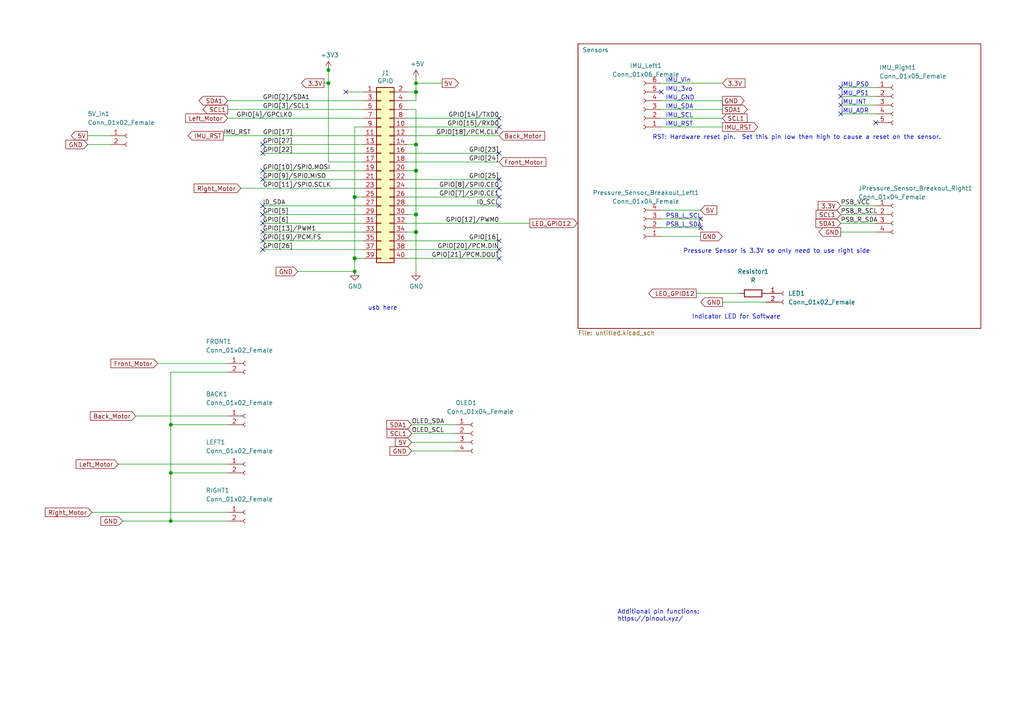
<source format=kicad_sch>
(kicad_sch (version 20250114) (generator "eeschema") (generator_version "9.0")
  (paper "A4")
  (title_block (date "15 nov 2012"))
  (lib_symbols
    (symbol "Connector:Conn_01x02_Female" (pin_names (offset 1.016) (hide yes))
      (property "Reference" "J" (at 0 2.54 0))
      (property "Value" "Conn_01x02_Female" (at 0 -5.08 0))
      (symbol "Conn_01x02_Female_1_1"
        (polyline (pts (xy -1.27 0) (xy -0.508 0)) (stroke (width 0.1524)))
        (polyline (pts (xy -1.27 -2.54) (xy -0.508 -2.54)) (stroke (width 0.1524)))
        (arc (start 0 -0.508) (mid -0.5058 0) (end 0 0.508) (stroke (width 0.1524)))
        (arc (start 0 -3.048) (mid -0.5058 -2.54) (end 0 -2.032) (stroke (width 0.1524)))
        (pin passive line (at -5.08 0 0) (length 3.81) (name "Pin_1") (number "1"))
        (pin passive line (at -5.08 -2.54 0) (length 3.81) (name "Pin_2") (number "2"))
      )
    )
    (symbol "Connector:Conn_01x04_Female" (pin_names (offset 1.016) (hide yes))
      (property "Reference" "J" (at 0 5.08 0))
      (property "Value" "Conn_01x04_Female" (at 0 -7.62 0))
      (symbol "Conn_01x04_Female_1_1"
        (polyline (pts (xy -1.27 2.54) (xy -0.508 2.54)) (stroke (width 0.1524)))
        (polyline (pts (xy -1.27 0) (xy -0.508 0)) (stroke (width 0.1524)))
        (polyline (pts (xy -1.27 -2.54) (xy -0.508 -2.54)) (stroke (width 0.1524)))
        (polyline (pts (xy -1.27 -5.08) (xy -0.508 -5.08)) (stroke (width 0.1524)))
        (arc (start 0 2.032) (mid -0.5058 2.54) (end 0 3.048) (stroke (width 0.1524)))
        (arc (start 0 -0.508) (mid -0.5058 0) (end 0 0.508) (stroke (width 0.1524)))
        (arc (start 0 -3.048) (mid -0.5058 -2.54) (end 0 -2.032) (stroke (width 0.1524)))
        (arc (start 0 -5.588) (mid -0.5058 -5.08) (end 0 -4.572) (stroke (width 0.1524)))
        (pin passive line (at -5.08 2.54 0) (length 3.81) (name "Pin_1") (number "1"))
        (pin passive line (at -5.08 0 0) (length 3.81) (name "Pin_2") (number "2"))
        (pin passive line (at -5.08 -2.54 0) (length 3.81) (name "Pin_3") (number "3"))
        (pin passive line (at -5.08 -5.08 0) (length 3.81) (name "Pin_4") (number "4"))
      )
    )
    (symbol "Connector:Conn_01x05_Socket" (pin_names (offset 1.016) (hide yes))
      (property "Reference" "J" (at 0 7.62 0))
      (property "Value" "Conn_01x05_Socket" (at 0 -7.62 0))
      (symbol "Conn_01x05_Socket_1_1"
        (polyline (pts (xy -1.27 5.08) (xy -0.508 5.08)) (stroke (width 0.1524)))
        (polyline (pts (xy -1.27 2.54) (xy -0.508 2.54)) (stroke (width 0.1524)))
        (polyline (pts (xy -1.27 0) (xy -0.508 0)) (stroke (width 0.1524)))
        (polyline (pts (xy -1.27 -2.54) (xy -0.508 -2.54)) (stroke (width 0.1524)))
        (polyline (pts (xy -1.27 -5.08) (xy -0.508 -5.08)) (stroke (width 0.1524)))
        (arc (start 0 4.572) (mid -0.5058 5.08) (end 0 5.588) (stroke (width 0.1524)))
        (arc (start 0 2.032) (mid -0.5058 2.54) (end 0 3.048) (stroke (width 0.1524)))
        (arc (start 0 -0.508) (mid -0.5058 0) (end 0 0.508) (stroke (width 0.1524)))
        (arc (start 0 -3.048) (mid -0.5058 -2.54) (end 0 -2.032) (stroke (width 0.1524)))
        (arc (start 0 -5.588) (mid -0.5058 -5.08) (end 0 -4.572) (stroke (width 0.1524)))
        (pin passive line (at -5.08 5.08 0) (length 3.81) (name "Pin_1") (number "1"))
        (pin passive line (at -5.08 2.54 0) (length 3.81) (name "Pin_2") (number "2"))
        (pin passive line (at -5.08 0 0) (length 3.81) (name "Pin_3") (number "3"))
        (pin passive line (at -5.08 -2.54 0) (length 3.81) (name "Pin_4") (number "4"))
        (pin passive line (at -5.08 -5.08 0) (length 3.81) (name "Pin_5") (number "5"))
      )
    )
    (symbol "Connector:Conn_01x06_Female" (pin_names (offset 1.016) (hide yes))
      (property "Reference" "J" (at 0 7.62 0))
      (property "Value" "Conn_01x06_Female" (at 0 -10.16 0))
      (symbol "Conn_01x06_Female_1_1"
        (polyline (pts (xy -1.27 5.08) (xy -0.508 5.08)) (stroke (width 0.1524)))
        (polyline (pts (xy -1.27 2.54) (xy -0.508 2.54)) (stroke (width 0.1524)))
        (polyline (pts (xy -1.27 0) (xy -0.508 0)) (stroke (width 0.1524)))
        (polyline (pts (xy -1.27 -2.54) (xy -0.508 -2.54)) (stroke (width 0.1524)))
        (polyline (pts (xy -1.27 -5.08) (xy -0.508 -5.08)) (stroke (width 0.1524)))
        (polyline (pts (xy -1.27 -7.62) (xy -0.508 -7.62)) (stroke (width 0.1524)))
        (arc (start 0 4.572) (mid -0.5058 5.08) (end 0 5.588) (stroke (width 0.1524)))
        (arc (start 0 2.032) (mid -0.5058 2.54) (end 0 3.048) (stroke (width 0.1524)))
        (arc (start 0 -0.508) (mid -0.5058 0) (end 0 0.508) (stroke (width 0.1524)))
        (arc (start 0 -3.048) (mid -0.5058 -2.54) (end 0 -2.032) (stroke (width 0.1524)))
        (arc (start 0 -5.588) (mid -0.5058 -5.08) (end 0 -4.572) (stroke (width 0.1524)))
        (arc (start 0 -8.128) (mid -0.5058 -7.62) (end 0 -7.112) (stroke (width 0.1524)))
        (pin passive line (at -5.08 5.08 0) (length 3.81) (name "Pin_1") (number "1"))
        (pin passive line (at -5.08 2.54 0) (length 3.81) (name "Pin_2") (number "2"))
        (pin passive line (at -5.08 0 0) (length 3.81) (name "Pin_3") (number "3"))
        (pin passive line (at -5.08 -2.54 0) (length 3.81) (name "Pin_4") (number "4"))
        (pin passive line (at -5.08 -5.08 0) (length 3.81) (name "Pin_5") (number "5"))
        (pin passive line (at -5.08 -7.62 0) (length 3.81) (name "Pin_6") (number "6"))
      )
    )
    (symbol "Connector_Generic:Conn_02x20_Odd_Even" (pin_names (offset 1.016) (hide yes))
      (property "Reference" "J" (at 1.27 25.4 0))
      (property "Value" "Conn_02x20_Odd_Even" (at 1.27 -27.94 0))
      (symbol "Conn_02x20_Odd_Even_1_1"
        (rectangle (start -1.27 24.13) (end 3.81 -26.67) (stroke (width 0.254)) (fill (type background)))
        (rectangle (start -1.27 22.987) (end 0 22.733) (stroke (width 0.1524)))
        (rectangle (start -1.27 20.447) (end 0 20.193) (stroke (width 0.1524)))
        (rectangle (start -1.27 17.907) (end 0 17.653) (stroke (width 0.1524)))
        (rectangle (start -1.27 15.367) (end 0 15.113) (stroke (width 0.1524)))
        (rectangle (start -1.27 12.827) (end 0 12.573) (stroke (width 0.1524)))
        (rectangle (start -1.27 10.287) (end 0 10.033) (stroke (width 0.1524)))
        (rectangle (start -1.27 7.747) (end 0 7.493) (stroke (width 0.1524)))
        (rectangle (start -1.27 5.207) (end 0 4.953) (stroke (width 0.1524)))
        (rectangle (start -1.27 2.667) (end 0 2.413) (stroke (width 0.1524)))
        (rectangle (start -1.27 0.127) (end 0 -0.127) (stroke (width 0.1524)))
        (rectangle (start -1.27 -2.413) (end 0 -2.667) (stroke (width 0.1524)))
        (rectangle (start -1.27 -4.953) (end 0 -5.207) (stroke (width 0.1524)))
        (rectangle (start -1.27 -7.493) (end 0 -7.747) (stroke (width 0.1524)))
        (rectangle (start -1.27 -10.033) (end 0 -10.287) (stroke (width 0.1524)))
        (rectangle (start -1.27 -12.573) (end 0 -12.827) (stroke (width 0.1524)))
        (rectangle (start -1.27 -15.113) (end 0 -15.367) (stroke (width 0.1524)))
        (rectangle (start -1.27 -17.653) (end 0 -17.907) (stroke (width 0.1524)))
        (rectangle (start -1.27 -20.193) (end 0 -20.447) (stroke (width 0.1524)))
        (rectangle (start -1.27 -22.733) (end 0 -22.987) (stroke (width 0.1524)))
        (rectangle (start -1.27 -25.273) (end 0 -25.527) (stroke (width 0.1524)))
        (rectangle (start 3.81 22.987) (end 2.54 22.733) (stroke (width 0.1524)))
        (rectangle (start 3.81 20.447) (end 2.54 20.193) (stroke (width 0.1524)))
        (rectangle (start 3.81 17.907) (end 2.54 17.653) (stroke (width 0.1524)))
        (rectangle (start 3.81 15.367) (end 2.54 15.113) (stroke (width 0.1524)))
        (rectangle (start 3.81 12.827) (end 2.54 12.573) (stroke (width 0.1524)))
        (rectangle (start 3.81 10.287) (end 2.54 10.033) (stroke (width 0.1524)))
        (rectangle (start 3.81 7.747) (end 2.54 7.493) (stroke (width 0.1524)))
        (rectangle (start 3.81 5.207) (end 2.54 4.953) (stroke (width 0.1524)))
        (rectangle (start 3.81 2.667) (end 2.54 2.413) (stroke (width 0.1524)))
        (rectangle (start 3.81 0.127) (end 2.54 -0.127) (stroke (width 0.1524)))
        (rectangle (start 3.81 -2.413) (end 2.54 -2.667) (stroke (width 0.1524)))
        (rectangle (start 3.81 -4.953) (end 2.54 -5.207) (stroke (width 0.1524)))
        (rectangle (start 3.81 -7.493) (end 2.54 -7.747) (stroke (width 0.1524)))
        (rectangle (start 3.81 -10.033) (end 2.54 -10.287) (stroke (width 0.1524)))
        (rectangle (start 3.81 -12.573) (end 2.54 -12.827) (stroke (width 0.1524)))
        (rectangle (start 3.81 -15.113) (end 2.54 -15.367) (stroke (width 0.1524)))
        (rectangle (start 3.81 -17.653) (end 2.54 -17.907) (stroke (width 0.1524)))
        (rectangle (start 3.81 -20.193) (end 2.54 -20.447) (stroke (width 0.1524)))
        (rectangle (start 3.81 -22.733) (end 2.54 -22.987) (stroke (width 0.1524)))
        (rectangle (start 3.81 -25.273) (end 2.54 -25.527) (stroke (width 0.1524)))
        (pin passive line (at -5.08 22.86 0) (length 3.81) (name "Pin_1") (number "1"))
        (pin passive line (at -5.08 20.32 0) (length 3.81) (name "Pin_3") (number "3"))
        (pin passive line (at -5.08 17.78 0) (length 3.81) (name "Pin_5") (number "5"))
        (pin passive line (at -5.08 15.24 0) (length 3.81) (name "Pin_7") (number "7"))
        (pin passive line (at -5.08 12.7 0) (length 3.81) (name "Pin_9") (number "9"))
        (pin passive line (at -5.08 10.16 0) (length 3.81) (name "Pin_11") (number "11"))
        (pin passive line (at -5.08 7.62 0) (length 3.81) (name "Pin_13") (number "13"))
        (pin passive line (at -5.08 5.08 0) (length 3.81) (name "Pin_15") (number "15"))
        (pin passive line (at -5.08 2.54 0) (length 3.81) (name "Pin_17") (number "17"))
        (pin passive line (at -5.08 0 0) (length 3.81) (name "Pin_19") (number "19"))
        (pin passive line (at -5.08 -2.54 0) (length 3.81) (name "Pin_21") (number "21"))
        (pin passive line (at -5.08 -5.08 0) (length 3.81) (name "Pin_23") (number "23"))
        (pin passive line (at -5.08 -7.62 0) (length 3.81) (name "Pin_25") (number "25"))
        (pin passive line (at -5.08 -10.16 0) (length 3.81) (name "Pin_27") (number "27"))
        (pin passive line (at -5.08 -12.7 0) (length 3.81) (name "Pin_29") (number "29"))
        (pin passive line (at -5.08 -15.24 0) (length 3.81) (name "Pin_31") (number "31"))
        (pin passive line (at -5.08 -17.78 0) (length 3.81) (name "Pin_33") (number "33"))
        (pin passive line (at -5.08 -20.32 0) (length 3.81) (name "Pin_35") (number "35"))
        (pin passive line (at -5.08 -22.86 0) (length 3.81) (name "Pin_37") (number "37"))
        (pin passive line (at -5.08 -25.4 0) (length 3.81) (name "Pin_39") (number "39"))
        (pin passive line (at 7.62 22.86 180) (length 3.81) (name "Pin_2") (number "2"))
        (pin passive line (at 7.62 20.32 180) (length 3.81) (name "Pin_4") (number "4"))
        (pin passive line (at 7.62 17.78 180) (length 3.81) (name "Pin_6") (number "6"))
        (pin passive line (at 7.62 15.24 180) (length 3.81) (name "Pin_8") (number "8"))
        (pin passive line (at 7.62 12.7 180) (length 3.81) (name "Pin_10") (number "10"))
        (pin passive line (at 7.62 10.16 180) (length 3.81) (name "Pin_12") (number "12"))
        (pin passive line (at 7.62 7.62 180) (length 3.81) (name "Pin_14") (number "14"))
        (pin passive line (at 7.62 5.08 180) (length 3.81) (name "Pin_16") (number "16"))
        (pin passive line (at 7.62 2.54 180) (length 3.81) (name "Pin_18") (number "18"))
        (pin passive line (at 7.62 0 180) (length 3.81) (name "Pin_20") (number "20"))
        (pin passive line (at 7.62 -2.54 180) (length 3.81) (name "Pin_22") (number "22"))
        (pin passive line (at 7.62 -5.08 180) (length 3.81) (name "Pin_24") (number "24"))
        (pin passive line (at 7.62 -7.62 180) (length 3.81) (name "Pin_26") (number "26"))
        (pin passive line (at 7.62 -10.16 180) (length 3.81) (name "Pin_28") (number "28"))
        (pin passive line (at 7.62 -12.7 180) (length 3.81) (name "Pin_30") (number "30"))
        (pin passive line (at 7.62 -15.24 180) (length 3.81) (name "Pin_32") (number "32"))
        (pin passive line (at 7.62 -17.78 180) (length 3.81) (name "Pin_34") (number "34"))
        (pin passive line (at 7.62 -20.32 180) (length 3.81) (name "Pin_36") (number "36"))
        (pin passive line (at 7.62 -22.86 180) (length 3.81) (name "Pin_38") (number "38"))
        (pin passive line (at 7.62 -25.4 180) (length 3.81) (name "Pin_40") (number "40"))
      )
    )
    (symbol "Device:R" (pin_numbers (hide yes)) (pin_names (offset 0))
      (property "Reference" "R" (at 2.032 0 90))
      (property "Value" "R" (at 0 0 90))
      (symbol "R_0_1"
        (rectangle (start -1.016 -2.54) (end 1.016 2.54) (stroke (width 0.254)))
      )
      (symbol "R_1_1"
        (pin passive line (at 0 3.81 270) (length 1.27) (name "~") (number "1"))
        (pin passive line (at 0 -3.81 90) (length 1.27) (name "~") (number "2"))
      )
    )
    (symbol "power:+3.3V" (power) (pin_names (offset 0))
      (property "Value" "+3.3V" (at 0 3.556 0))
      (symbol "+3.3V_0_1"
        (polyline (pts (xy -0.762 1.27) (xy 0 2.54)))
        (polyline (pts (xy 0 2.54) (xy 0.762 1.27)))
        (polyline (pts (xy 0 0) (xy 0 2.54)))
      )
      (symbol "+3.3V_1_1"
        (pin power_in line (at 0 0 90) (length 0) (hide yes) (name "+3V3") (number "1"))
      )
    )
    (symbol "power:+5V" (power) (pin_names (offset 0))
      (property "Value" "+5V" (at 0 3.556 0))
      (symbol "+5V_0_1"
        (polyline (pts (xy -0.762 1.27) (xy 0 2.54)))
        (polyline (pts (xy 0 2.54) (xy 0.762 1.27)))
        (polyline (pts (xy 0 0) (xy 0 2.54)))
      )
      (symbol "+5V_1_1"
        (pin power_in line (at 0 0 90) (length 0) (hide yes) (name "+5V") (number "1"))
      )
    )
    (symbol "power:GND" (power) (pin_names (offset 0))
      (property "Value" "GND" (at 0 -3.81 0))
      (symbol "GND_0_1"
        (polyline (pts (xy 0 0) (xy 0 -1.27) (xy 1.27 -1.27) (xy 0 -2.54) (xy -1.27 -1.27) (xy 0 -1.27)))
      )
      (symbol "GND_1_1"
        (pin power_in line (at 0 0 270) (length 0) (hide yes) (name "GND") (number "1"))
      )
    )
  )
  (text "IMU_PS0" (at 243.84 25.4 0) (effects (font (size 1.27 1.27)) (justify left bottom)))
  (text "Indicator LED for Software" (at 200.66 92.71 0) (effects (font (size 1.27 1.27)) (justify left bottom)))
  (text "IMU_RST" (at 193.04 36.83 0) (effects (font (size 1.27 1.27)) (justify left bottom)))
  (text "Additional pin functions:\nhttps://pinout.xyz/" (at 179.07 180.34 0) (effects (font (size 1.27 1.27)) (justify left bottom)))
  (text "PSB_L_SCL" (at 193.04 63.5 0) (effects (font (size 1.27 1.27)) (justify left bottom)))
  (text "usb here\n" (at 106.68 90.17 0) (effects (font (size 1.27 1.27)) (justify left bottom)))
  (text "IMU_GND" (at 193.04 29.21 0) (effects (font (size 1.27 1.27)) (justify left bottom)))
  (text "IMU_Vin" (at 193.04 24.13 0) (effects (font (size 1.27 1.27)) (justify left bottom)))
  (text "Pressure Sensor is 3.3V so only need to use right side\n" (at 198.12 73.66 0) (effects (font (size 1.27 1.27)) (justify left bottom)))
  (text "IMU_SCL" (at 193.04 34.29 0) (effects (font (size 1.27 1.27)) (justify left bottom)))
  (text "IMU_SDA" (at 193.04 31.75 0) (effects (font (size 1.27 1.27)) (justify left bottom)))
  (text "IMU_ADR" (at 243.84 33.02 0) (effects (font (size 1.27 1.27)) (justify left bottom)))
  (text "IMU_INT" (at 243.84 30.48 0) (effects (font (size 1.27 1.27)) (justify left bottom)))
  (text "PSB_L_SDA" (at 193.04 66.04 0) (effects (font (size 1.27 1.27)) (justify left bottom)))
  (text "IMU_3vo" (at 193.04 26.67 0) (effects (font (size 1.27 1.27)) (justify left bottom)))
  (text "IMU_PS1" (at 243.84 27.94 0) (effects (font (size 1.27 1.27)) (justify left bottom)))
  (text "RST: Hardware reset pin.  Set this pin low then high to cause a reset on the sensor." (at 189.23 40.64 0) (effects (font (size 1.27 1.27)) (justify left bottom)))
  (junction (at 120.65 26.67) (diameter 1.016))
  (junction (at 120.65 24.13))
  (junction (at 120.65 41.91) (diameter 1.016))
  (junction (at 95.25 20.32))
  (junction (at 102.87 78.74))
  (junction (at 95.25 24.13))
  (junction (at 102.87 74.93) (diameter 1.016))
  (junction (at 102.87 57.15) (diameter 1.016))
  (junction (at 49.53 151.13))
  (junction (at 120.65 67.31) (diameter 1.016))
  (junction (at 49.53 123.19))
  (junction (at 49.53 137.16))
  (junction (at 120.65 62.23) (diameter 1.016))
  (junction (at 120.65 49.53) (diameter 1.016))
  (no_connect (at 76.2 67.31))
  (no_connect (at 76.2 59.69))
  (no_connect (at 76.2 72.39))
  (no_connect (at 76.2 41.91))
  (no_connect (at 76.2 62.23))
  (no_connect (at 76.2 69.85))
  (no_connect (at 76.2 49.53))
  (no_connect (at 254 35.56))
  (no_connect (at 144.78 59.69))
  (no_connect (at 203.2 63.5))
  (no_connect (at 76.2 44.45))
  (no_connect (at 144.78 34.29))
  (no_connect (at 243.84 33.02))
  (no_connect (at 144.78 36.83))
  (no_connect (at 144.78 44.45))
  (no_connect (at 144.78 54.61))
  (no_connect (at 243.84 25.4))
  (no_connect (at 191.77 26.67))
  (no_connect (at 144.78 69.85))
  (no_connect (at 76.2 64.77))
  (no_connect (at 243.84 27.94))
  (no_connect (at 203.2 66.04))
  (no_connect (at 100.33 26.67))
  (no_connect (at 144.78 72.39))
  (no_connect (at 144.78 57.15))
  (no_connect (at 144.78 74.93))
  (no_connect (at 243.84 30.48))
  (no_connect (at 76.2 52.07))
  (no_connect (at 144.78 52.07))
  (wire (pts (xy 95.25 24.13) (xy 93.98 24.13)))
  (wire (pts (xy 102.87 57.15) (xy 102.87 74.93)))
  (wire (pts (xy 118.11 57.15) (xy 144.78 57.15)))
  (wire (pts (xy 201.93 85.09) (xy 214.63 85.09)))
  (wire (pts (xy 64.77 39.37) (xy 105.41 39.37)))
  (wire (pts (xy 49.53 123.19) (xy 49.53 137.16)))
  (wire (pts (xy 191.77 24.13) (xy 209.55 24.13)))
  (wire (pts (xy 120.65 31.75) (xy 120.65 41.91)))
  (wire (pts (xy 191.77 63.5) (xy 203.2 63.5)))
  (wire (pts (xy 120.65 49.53) (xy 118.11 49.53)))
  (wire (pts (xy 120.65 62.23) (xy 120.65 67.31)))
  (wire (pts (xy 243.84 27.94) (xy 254 27.94)))
  (wire (pts (xy 49.53 123.19) (xy 66.04 123.19)))
  (wire (pts (xy 120.65 49.53) (xy 120.65 62.23)))
  (wire (pts (xy 243.84 62.23) (xy 254 62.23)))
  (wire (pts (xy 118.11 34.29) (xy 144.78 34.29)))
  (wire (pts (xy 49.53 107.95) (xy 49.53 123.19)))
  (wire (pts (xy 102.87 36.83) (xy 102.87 57.15)))
  (wire (pts (xy 34.29 134.62) (xy 66.04 134.62)))
  (wire (pts (xy 102.87 36.83) (xy 105.41 36.83)))
  (wire (pts (xy 118.11 54.61) (xy 144.78 54.61)))
  (wire (pts (xy 105.41 59.69) (xy 76.2 59.69)))
  (wire (pts (xy 39.37 120.65) (xy 66.04 120.65)))
  (wire (pts (xy 76.2 62.23) (xy 105.41 62.23)))
  (wire (pts (xy 49.53 137.16) (xy 49.53 151.13)))
  (wire (pts (xy 191.77 66.04) (xy 203.2 66.04)))
  (wire (pts (xy 102.87 57.15) (xy 105.41 57.15)))
  (wire (pts (xy 118.11 44.45) (xy 144.78 44.45)))
  (wire (pts (xy 119.38 123.19) (xy 132.08 123.19)))
  (wire (pts (xy 243.84 67.31) (xy 254 67.31)))
  (wire (pts (xy 118.11 74.93) (xy 144.78 74.93)))
  (wire (pts (xy 102.87 74.93) (xy 102.87 78.74)))
  (wire (pts (xy 119.38 128.27) (xy 132.08 128.27)))
  (wire (pts (xy 119.38 125.73) (xy 132.08 125.73)))
  (wire (pts (xy 120.65 67.31) (xy 118.11 67.31)))
  (wire (pts (xy 95.25 19.05) (xy 95.25 20.32)))
  (wire (pts (xy 66.04 31.75) (xy 105.41 31.75)))
  (wire (pts (xy 191.77 34.29) (xy 209.55 34.29)))
  (wire (pts (xy 26.67 148.59) (xy 66.04 148.59)))
  (wire (pts (xy 69.85 54.61) (xy 105.41 54.61)))
  (wire (pts (xy 95.25 46.99) (xy 105.41 46.99)))
  (wire (pts (xy 66.04 29.21) (xy 105.41 29.21)))
  (wire (pts (xy 120.65 26.67) (xy 120.65 29.21)))
  (wire (pts (xy 120.65 41.91) (xy 120.65 49.53)))
  (wire (pts (xy 118.11 39.37) (xy 144.78 39.37)))
  (wire (pts (xy 209.55 29.21) (xy 209.55 30.48)))
  (wire (pts (xy 120.65 41.91) (xy 118.11 41.91)))
  (wire (pts (xy 209.55 87.63) (xy 222.25 87.63)))
  (wire (pts (xy 120.65 22.86) (xy 120.65 24.13)))
  (wire (pts (xy 66.04 34.29) (xy 105.41 34.29)))
  (wire (pts (xy 243.84 30.48) (xy 254 30.48)))
  (wire (pts (xy 243.84 33.02) (xy 254 33.02)))
  (wire (pts (xy 120.65 26.67) (xy 118.11 26.67)))
  (wire (pts (xy 118.11 46.99) (xy 144.78 46.99)))
  (wire (pts (xy 191.77 36.83) (xy 209.55 36.83)))
  (wire (pts (xy 118.11 36.83) (xy 144.78 36.83)))
  (wire (pts (xy 76.2 44.45) (xy 105.41 44.45)))
  (wire (pts (xy 243.84 25.4) (xy 254 25.4)))
  (wire (pts (xy 76.2 52.07) (xy 105.41 52.07)))
  (wire (pts (xy 243.84 59.69) (xy 254 59.69)))
  (wire (pts (xy 86.36 78.74) (xy 102.87 78.74)))
  (wire (pts (xy 76.2 64.77) (xy 105.41 64.77)))
  (wire (pts (xy 35.56 151.13) (xy 49.53 151.13)))
  (wire (pts (xy 120.65 29.21) (xy 118.11 29.21)))
  (wire (pts (xy 191.77 29.21) (xy 209.55 29.21)))
  (wire (pts (xy 49.53 137.16) (xy 66.04 137.16)))
  (wire (pts (xy 25.4 41.91) (xy 31.75 41.91)))
  (wire (pts (xy 76.2 69.85) (xy 105.41 69.85)))
  (wire (pts (xy 118.11 69.85) (xy 144.78 69.85)))
  (wire (pts (xy 45.72 105.41) (xy 66.04 105.41)))
  (wire (pts (xy 120.65 24.13) (xy 120.65 26.67)))
  (wire (pts (xy 118.11 64.77) (xy 153.67 64.77)))
  (wire (pts (xy 243.84 64.77) (xy 254 64.77)))
  (wire (pts (xy 102.87 74.93) (xy 105.41 74.93)))
  (wire (pts (xy 25.4 39.37) (xy 31.75 39.37)))
  (wire (pts (xy 95.25 24.13) (xy 95.25 20.32)))
  (wire (pts (xy 120.65 24.13) (xy 128.27 24.13)))
  (wire (pts (xy 66.04 107.95) (xy 49.53 107.95)))
  (wire (pts (xy 118.11 72.39) (xy 144.78 72.39)))
  (wire (pts (xy 120.65 31.75) (xy 118.11 31.75)))
  (wire (pts (xy 191.77 31.75) (xy 209.55 31.75)))
  (wire (pts (xy 76.2 41.91) (xy 105.41 41.91)))
  (wire (pts (xy 76.2 72.39) (xy 105.41 72.39)))
  (wire (pts (xy 119.38 130.81) (xy 132.08 130.81)))
  (wire (pts (xy 95.25 46.99) (xy 95.25 24.13)))
  (wire (pts (xy 49.53 151.13) (xy 66.04 151.13)))
  (wire (pts (xy 120.65 67.31) (xy 120.65 78.74)))
  (wire (pts (xy 118.11 52.07) (xy 144.78 52.07)))
  (wire (pts (xy 105.41 67.31) (xy 76.2 67.31)))
  (wire (pts (xy 120.65 62.23) (xy 118.11 62.23)))
  (wire (pts (xy 191.77 60.96) (xy 203.2 60.96)))
  (wire (pts (xy 100.33 26.67) (xy 105.41 26.67)))
  (wire (pts (xy 191.77 68.58) (xy 203.2 68.58)))
  (wire (pts (xy 105.41 49.53) (xy 76.2 49.53)))
  (wire (pts (xy 118.11 59.69) (xy 144.78 59.69)))
  (label "IMU_RST" (at 64.77 39.37 0))
  (label "ID_SDA" (at 76.2 59.69 0))
  (label "GPIO[6]" (at 76.2 64.77 0))
  (label "ID_SCL" (at 144.78 59.69 180))
  (label "GPIO[5]" (at 76.2 62.23 0))
  (label "GPIO[21]{slash}PCM.DOUT" (at 144.78 74.93 180))
  (label "GPIO[19]{slash}PCM.FS" (at 76.2 69.85 0))
  (label "GPIO[10]{slash}SPI0.MOSI" (at 76.2 49.53 0))
  (label "GPIO[9]{slash}SPI0.MISO" (at 76.2 52.07 0))
  (label "GPIO[23]" (at 144.78 44.45 180))
  (label "OLED_SCL" (at 119.38 125.73 0))
  (label "GPIO[4]{slash}GPCLK0" (at 68.58 34.29 0))
  (label "GPIO[27]" (at 76.2 41.91 0))
  (label "GPIO[26]" (at 76.2 72.39 0))
  (label "GPIO[14]{slash}TXD0" (at 144.78 34.29 180))
  (label "GPIO[8]{slash}SPI0.CE0" (at 144.78 54.61 180))
  (label "GPIO[15]{slash}RXD0" (at 144.78 36.83 180))
  (label "GPIO[16]" (at 144.78 69.85 180))
  (label "PSB_R_SCL" (at 243.84 62.23 0))
  (label "GPIO[22]" (at 76.2 44.45 0))
  (label "GPIO[2]{slash}SDA1" (at 76.2 29.21 0))
  (label "GPIO[17]" (at 76.2 39.37 0))
  (label "GPIO[25]" (at 144.78 52.07 180))
  (label "GPIO[3]{slash}SCL1" (at 76.2 31.75 0))
  (label "OLED_SDA" (at 119.38 123.19 0))
  (label "GPIO[18]{slash}PCM.CLK" (at 144.78 39.37 180))
  (label "PSB_VCC" (at 243.84 59.69 0))
  (label "GPIO[12]{slash}PWM0" (at 144.78 64.77 180))
  (label "GPIO[13]{slash}PWM1" (at 76.2 67.31 0))
  (label "GPIO[20]{slash}PCM.DIN" (at 144.78 72.39 180))
  (label "GPIO[24]" (at 144.78 46.99 180))
  (label "GPIO[7]{slash}SPI0.CE1" (at 144.78 57.15 180))
  (label "PSB_R_SDA" (at 243.84 64.77 0))
  (label "GPIO[11]{slash}SPI0.SCLK" (at 76.2 54.61 0))
  (global_label "SDA1" (shape input) (at 243.84 64.77 180) (property "Intersheetrefs" "${INTERSHEET_REFS}" (effects (hide yes))))
  (global_label "IMU_RST" (shape output) (at 64.77 39.37 180) (property "Intersheetrefs" "${INTERSHEET_REFS}" (effects (hide yes))))
  (global_label "GND" (shape output) (at 243.84 67.31 180) (property "Intersheetrefs" "${INTERSHEET_REFS}" (effects (hide yes))))
  (global_label "Front_Motor" (shape input) (at 144.78 46.99 0) (property "Intersheetrefs" "${INTERSHEET_REFS}" (effects (hide yes))))
  (global_label "GND" (shape input) (at 119.38 130.81 180) (property "Intersheetrefs" "${INTERSHEET_REFS}" (effects (hide yes))))
  (global_label "GND" (shape output) (at 203.2 68.58 0) (property "Intersheetrefs" "${INTERSHEET_REFS}" (effects (hide yes))))
  (global_label "5V" (shape output) (at 128.27 24.13 0) (property "Intersheetrefs" "${INTERSHEET_REFS}" (effects (hide yes))))
  (global_label "Left_Motor" (shape input) (at 66.04 34.29 180) (property "Intersheetrefs" "${INTERSHEET_REFS}" (effects (hide yes))))
  (global_label "LED_GPIO12" (shape output) (at 153.67 64.77 0) (property "Intersheetrefs" "${INTERSHEET_REFS}" (effects (hide yes))))
  (global_label "Back_Motor" (shape input) (at 144.78 39.37 0) (property "Intersheetrefs" "${INTERSHEET_REFS}" (effects (hide yes))))
  (global_label "3.3V" (shape output) (at 93.98 24.13 180) (property "Intersheetrefs" "${INTERSHEET_REFS}" (effects (hide yes))))
  (global_label "GND" (shape input) (at 25.4 41.91 180) (property "Intersheetrefs" "${INTERSHEET_REFS}" (effects (hide yes))))
  (global_label "SDA1" (shape input) (at 119.38 123.19 180) (property "Intersheetrefs" "${INTERSHEET_REFS}" (effects (hide yes))))
  (global_label "GND" (shape input) (at 86.36 78.74 180) (property "Intersheetrefs" "${INTERSHEET_REFS}" (effects (hide yes))))
  (global_label "SCL1" (shape output) (at 66.04 31.75 180) (property "Intersheetrefs" "${INTERSHEET_REFS}" (effects (hide yes))))
  (global_label "Front_Motor" (shape input) (at 45.72 105.41 180) (property "Intersheetrefs" "${INTERSHEET_REFS}" (effects (hide yes))))
  (global_label "Right_Motor" (shape input) (at 26.67 148.59 180) (property "Intersheetrefs" "${INTERSHEET_REFS}" (effects (hide yes))))
  (global_label "SDA1" (shape bidirectional) (at 66.04 29.21 180) (property "Intersheetrefs" "${INTERSHEET_REFS}" (effects (hide yes))))
  (global_label "5V" (shape input) (at 119.38 128.27 180) (property "Intersheetrefs" "${INTERSHEET_REFS}" (effects (hide yes))))
  (global_label "3.3V" (shape input) (at 243.84 59.69 180) (property "Intersheetrefs" "${INTERSHEET_REFS}" (effects (hide yes))))
  (global_label "SCL1" (shape input) (at 243.84 62.23 180) (property "Intersheetrefs" "${INTERSHEET_REFS}" (effects (hide yes))))
  (global_label "5V" (shape input) (at 203.2 60.96 0) (property "Intersheetrefs" "${INTERSHEET_REFS}" (effects (hide yes))))
  (global_label "5V" (shape output) (at 25.4 39.37 180) (property "Intersheetrefs" "${INTERSHEET_REFS}" (effects (hide yes))))
  (global_label "IMU_RST" (shape output) (at 209.55 36.83 0) (property "Intersheetrefs" "${INTERSHEET_REFS}" (effects (hide yes))))
  (global_label "GND" (shape input) (at 35.56 151.13 180) (property "Intersheetrefs" "${INTERSHEET_REFS}" (effects (hide yes))))
  (global_label "3.3V" (shape input) (at 209.55 24.13 0) (property "Intersheetrefs" "${INTERSHEET_REFS}" (effects (hide yes))))
  (global_label "LED_GPIO12" (shape output) (at 201.93 85.09 180) (property "Intersheetrefs" "${INTERSHEET_REFS}" (effects (hide yes))))
  (global_label "GND" (shape output) (at 209.55 87.63 180) (property "Intersheetrefs" "${INTERSHEET_REFS}" (effects (hide yes))))
  (global_label "SCL1" (shape input) (at 119.38 125.73 180) (property "Intersheetrefs" "${INTERSHEET_REFS}" (effects (hide yes))))
  (global_label "SDA1" (shape output) (at 209.55 31.75 0) (property "Intersheetrefs" "${INTERSHEET_REFS}" (effects (hide yes))))
  (global_label "Left_Motor" (shape input) (at 34.29 134.62 180) (property "Intersheetrefs" "${INTERSHEET_REFS}" (effects (hide yes))))
  (global_label "Right_Motor" (shape input) (at 69.85 54.61 180) (property "Intersheetrefs" "${INTERSHEET_REFS}" (effects (hide yes))))
  (global_label "Back_Motor" (shape input) (at 39.37 120.65 180) (property "Intersheetrefs" "${INTERSHEET_REFS}" (effects (hide yes))))
  (global_label "SCL1" (shape input) (at 209.55 34.29 0) (property "Intersheetrefs" "${INTERSHEET_REFS}" (effects (hide yes))))
  (global_label "GND" (shape output) (at 209.55 29.21 0) (property "Intersheetrefs" "${INTERSHEET_REFS}" (effects (hide yes))))
  (symbol (lib_id "power:+5V") (at 120.65 22.86 0) (unit 1)
    (property "Reference" "#PWR01" (effects (hide yes)))
    (property "Value" "+5V" (at 121.0183 18.5356 0))
  )
  (symbol (lib_id "power:+3.3V") (at 95.25 20.32 0) (unit 1)
    (property "Reference" "#PWR04" (effects (hide yes)))
    (property "Value" "+3V3" (at 95.6183 15.9956 0))
  )
  (symbol (lib_id "power:GND") (at 120.65 78.74 0) (unit 1)
    (property "Reference" "#PWR02" (effects (hide yes)))
    (property "Value" "GND" (at 120.7643 83.0644 0))
  )
  (symbol (lib_id "power:GND") (at 102.87 78.74 0) (unit 1)
    (property "Reference" "#PWR03" (effects (hide yes)))
    (property "Value" "GND" (at 102.9843 83.0644 0))
  )
  (symbol (lib_id "Connector_Generic:Conn_02x20_Odd_Even") (at 110.49 49.53 0) (unit 1)
    (property "Reference" "J1" (at 111.76 21.1898 0))
    (property "Value" "GPIO" (at 111.76 23.495 0))
    (property "Footprint" "Connector_PinSocket_2.54mm:PinSocket_2x20_P2.54mm_Vertical" (effects (hide yes)))
  )
  (symbol (lib_id "Connector:Conn_01x04_Female") (at 259.08 62.23 0) (unit 1)
    (property "Reference" "JPressure_Sensor_Breakout_Right1" (at 248.92 54.61 0) (effects (justify left)))
    (property "Value" "Conn_01x04_Female" (at 248.92 57.15 0) (effects (justify left)))
    (property "Footprint" "Connector_PinHeader_2.54mm:PinHeader_1x04_P2.54mm_Vertical" (effects (hide yes)))
  )
  (symbol (lib_id "Connector:Conn_01x02_Female") (at 71.12 120.65 0) (unit 1)
    (property "Reference" "BACK1" (at 59.69 114.3 0) (effects (justify left)))
    (property "Value" "Conn_01x02_Female" (at 59.69 116.84 0) (effects (justify left)))
    (property "Footprint" "Capacitor_THT:C_Rect_L7.0mm_W2.5mm_P5.00mm" (effects (hide yes)))
  )
  (symbol (lib_id "Connector:Conn_01x04_Female") (at 137.16 125.73 0) (unit 1)
    (property "Reference" "OLED1" (at 132.08 116.84 0) (effects (justify left)))
    (property "Value" "Conn_01x04_Female" (at 129.54 119.38 0) (effects (justify left)))
    (property "Footprint" "Connector_PinHeader_2.54mm:PinHeader_1x04_P2.54mm_Vertical" (effects (hide yes)))
  )
  (symbol (lib_id "Connector:Conn_01x02_Female") (at 227.33 85.09 0) (unit 1)
    (property "Reference" "LED1" (at 228.6 85.0899 0) (effects (justify left)))
    (property "Value" "Conn_01x02_Female" (at 228.6 87.6299 0) (effects (justify left)))
    (property "Footprint" "LED_THT:LED_D3.0mm" (effects (hide yes)))
  )
  (symbol (lib_id "Connector:Conn_01x02_Female") (at 71.12 105.41 0) (unit 1)
    (property "Reference" "FRONT1" (at 59.69 99.06 0) (effects (justify left)))
    (property "Value" "Conn_01x02_Female" (at 59.69 101.6 0) (effects (justify left)))
    (property "Footprint" "Capacitor_THT:C_Rect_L7.0mm_W2.5mm_P5.00mm" (effects (hide yes)))
  )
  (symbol (lib_id "Connector:Conn_01x02_Female") (at 71.12 148.59 0) (unit 1)
    (property "Reference" "RIGHT1" (at 59.69 142.24 0) (effects (justify left)))
    (property "Value" "Conn_01x02_Female" (at 59.69 144.78 0) (effects (justify left)))
    (property "Footprint" "Capacitor_THT:C_Rect_L7.0mm_W2.5mm_P5.00mm" (effects (hide yes)))
  )
  (symbol (lib_id "Connector:Conn_01x06_Female") (at 186.69 31.75 180) (unit 1)
    (property "Reference" "IMU_Left1" (at 187.325 19.05 0))
    (property "Value" "Conn_01x06_Female" (at 187.325 21.59 0))
    (property "Footprint" "Connector_PinHeader_2.54mm:PinHeader_1x06_P2.54mm_Vertical" (effects (hide yes)))
  )
  (symbol (lib_id "Device:R") (at 218.44 85.09 90) (unit 1)
    (property "Reference" "Resistor1" (at 218.44 78.74 90))
    (property "Value" "R" (at 218.44 81.28 90))
    (property "Footprint" "Resistor_THT:R_Box_L8.4mm_W2.5mm_P5.08mm" (effects (hide yes)))
  )
  (symbol (lib_id "Connector:Conn_01x04_Female") (at 186.69 66.04 180) (unit 1)
    (property "Reference" "Pressure_Sensor_Breakout_Left1" (at 187.325 55.88 0))
    (property "Value" "Conn_01x04_Female" (at 187.325 58.42 0))
    (property "Footprint" "Connector_PinHeader_2.54mm:PinHeader_1x04_P2.54mm_Vertical" (effects (hide yes)))
  )
  (symbol (lib_id "Connector:Conn_01x02_Female") (at 71.12 134.62 0) (unit 1)
    (property "Reference" "LEFT1" (at 59.69 128.27 0) (effects (justify left)))
    (property "Value" "Conn_01x02_Female" (at 59.69 130.81 0) (effects (justify left)))
    (property "Footprint" "Capacitor_THT:C_Rect_L7.0mm_W2.5mm_P5.00mm" (effects (hide yes)))
  )
  (symbol (lib_id "Connector:Conn_01x05_Socket") (at 259.08 30.48 0) (unit 1)
    (property "Reference" "IMU_Right1" (at 255.016 19.558 0) (effects (justify left)))
    (property "Value" "Conn_01x05_Female" (at 255.016 22.098 0) (effects (justify left)))
    (property "Footprint" "Connector_PinHeader_2.54mm:PinHeader_1x05_P2.54mm_Vertical" (effects (hide yes)))
    (property "Description" "Generic connector, single row, 01x05, script generated" (effects (hide yes)))
  )
  (symbol (lib_id "Connector:Conn_01x02_Female") (at 36.83 39.37 0) (unit 1)
    (property "Reference" "5V_in1" (at 25.4 33.02 0) (effects (justify left)))
    (property "Value" "Conn_01x02_Female" (at 25.4 35.56 0) (effects (justify left)))
    (property "Footprint" "TerminalBlock_MetzConnect:TerminalBlock_MetzConnect_Type101_RT01602HBWC_1x02_P5.08mm_Horizontal" (effects (hide yes)))
  )
  (sheet (at 167.64 12.7) (size 116.84 82.55) (stroke (width 0.1524))
    (property "Sheetname" "Sensors" (at 168.91 15.24 0) (effects (justify left bottom)))
    (property "Sheetfile" "untitled.kicad_sch" (at 167.64 95.8346 0) (effects (justify left top)))
  )
)
</source>
